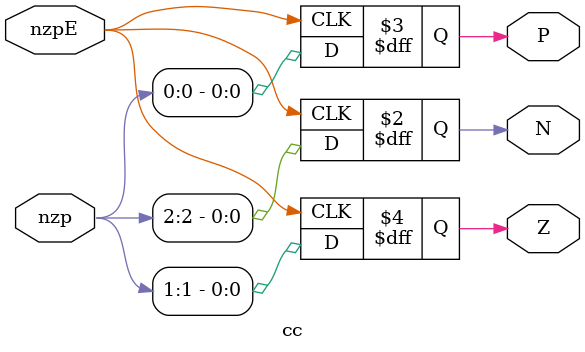
<source format=v>
module cc(nzp, nzpE, N, Z, P);
input [2:0]nzp;
input nzpE;
output reg N, Z, P;
always @(posedge nzpE)begin
	N = nzp[2];
	Z = nzp[1];
	P = nzp[0];
end

endmodule

</source>
